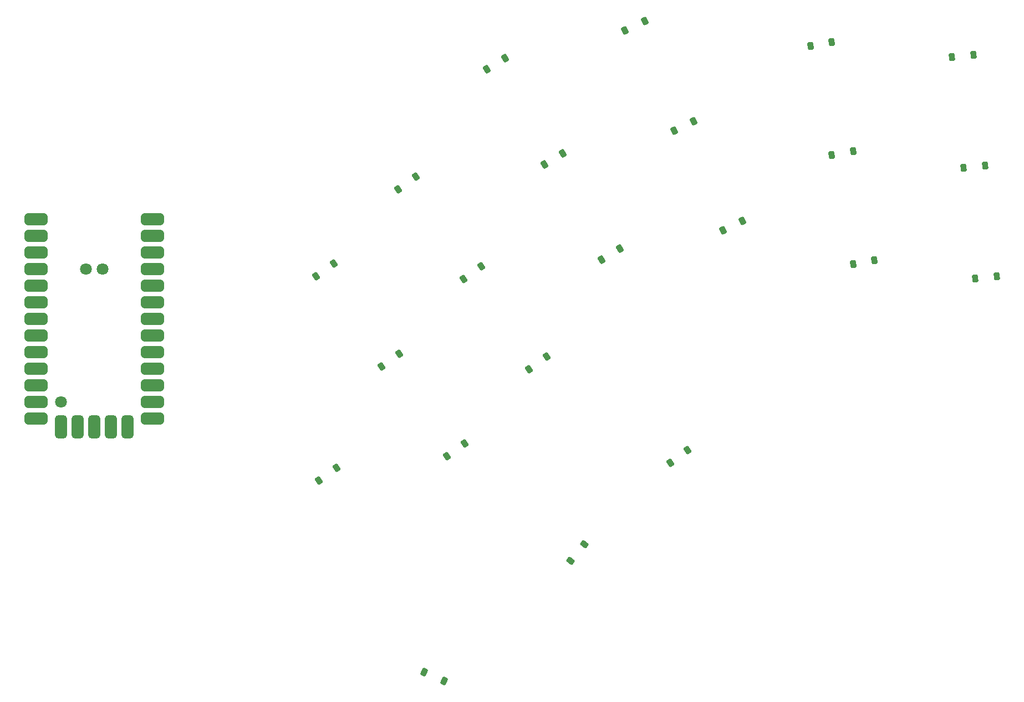
<source format=gtl>
G04 #@! TF.GenerationSoftware,KiCad,Pcbnew,8.0.3*
G04 #@! TF.CreationDate,2024-06-16T15:20:09+01:00*
G04 #@! TF.ProjectId,ykb,796b622e-6b69-4636-9164-5f7063625858,v1.0.0*
G04 #@! TF.SameCoordinates,Original*
G04 #@! TF.FileFunction,Copper,L1,Top*
G04 #@! TF.FilePolarity,Positive*
%FSLAX46Y46*%
G04 Gerber Fmt 4.6, Leading zero omitted, Abs format (unit mm)*
G04 Created by KiCad (PCBNEW 8.0.3) date 2024-06-16 15:20:09*
%MOMM*%
%LPD*%
G01*
G04 APERTURE LIST*
G04 Aperture macros list*
%AMRoundRect*
0 Rectangle with rounded corners*
0 $1 Rounding radius*
0 $2 $3 $4 $5 $6 $7 $8 $9 X,Y pos of 4 corners*
0 Add a 4 corners polygon primitive as box body*
4,1,4,$2,$3,$4,$5,$6,$7,$8,$9,$2,$3,0*
0 Add four circle primitives for the rounded corners*
1,1,$1+$1,$2,$3*
1,1,$1+$1,$4,$5*
1,1,$1+$1,$6,$7*
1,1,$1+$1,$8,$9*
0 Add four rect primitives between the rounded corners*
20,1,$1+$1,$2,$3,$4,$5,0*
20,1,$1+$1,$4,$5,$6,$7,0*
20,1,$1+$1,$6,$7,$8,$9,0*
20,1,$1+$1,$8,$9,$2,$3,0*%
G04 Aperture macros list end*
G04 #@! TA.AperFunction,SMDPad,CuDef*
%ADD10RoundRect,0.450000X-1.300000X-0.450000X1.300000X-0.450000X1.300000X0.450000X-1.300000X0.450000X0*%
G04 #@! TD*
G04 #@! TA.AperFunction,SMDPad,CuDef*
%ADD11RoundRect,0.450000X0.450000X-1.300000X0.450000X1.300000X-0.450000X1.300000X-0.450000X-1.300000X0*%
G04 #@! TD*
G04 #@! TA.AperFunction,SMDPad,CuDef*
%ADD12RoundRect,0.450000X1.300000X0.450000X-1.300000X0.450000X-1.300000X-0.450000X1.300000X-0.450000X0*%
G04 #@! TD*
G04 #@! TA.AperFunction,ComponentPad*
%ADD13C,1.800000*%
G04 #@! TD*
G04 #@! TA.AperFunction,SMDPad,CuDef*
%ADD14RoundRect,0.225000X-0.358074X-0.251064X0.053021X-0.434095X0.358074X0.251064X-0.053021X0.434095X0*%
G04 #@! TD*
G04 #@! TA.AperFunction,SMDPad,CuDef*
%ADD15RoundRect,0.225000X0.149833X-0.410853X0.433027X-0.061137X-0.149833X0.410853X-0.433027X0.061137X0*%
G04 #@! TD*
G04 #@! TA.AperFunction,SMDPad,CuDef*
%ADD16RoundRect,0.225000X0.038391X-0.435633X0.402448X-0.171130X-0.038391X0.435633X-0.402448X0.171130X0*%
G04 #@! TD*
G04 #@! TA.AperFunction,SMDPad,CuDef*
%ADD17RoundRect,0.225000X0.000277X-0.437321X0.386002X-0.205554X-0.000277X0.437321X-0.386002X0.205554X0*%
G04 #@! TD*
G04 #@! TA.AperFunction,SMDPad,CuDef*
%ADD18RoundRect,0.225000X-0.037839X-0.435681X0.366618X-0.238414X0.037839X0.435681X-0.366618X0.238414X0*%
G04 #@! TD*
G04 #@! TA.AperFunction,SMDPad,CuDef*
%ADD19RoundRect,0.225000X-0.149313X-0.411042X0.292419X-0.325178X0.149313X0.411042X-0.292419X0.325178X0*%
G04 #@! TD*
G04 #@! TA.AperFunction,SMDPad,CuDef*
%ADD20RoundRect,0.225000X-0.184569X-0.396465X0.262966X-0.349427X0.184569X0.396465X-0.262966X0.349427X0*%
G04 #@! TD*
G04 APERTURE END LIST*
D10*
G04 #@! TO.P,U1,1,P0*
G04 #@! TO.N,unconnected-(U1-P0-Pad1)*
X216160000Y-150560000D03*
G04 #@! TO.P,U1,2,P1*
G04 #@! TO.N,unconnected-(U1-P1-Pad2)*
X216160000Y-153100000D03*
G04 #@! TO.P,U1,3,GND*
G04 #@! TO.N,unconnected-(U1-GND-Pad3)*
X216160000Y-155640000D03*
G04 #@! TO.P,U1,4,GND*
G04 #@! TO.N,unconnected-(U1-GND-Pad4)*
X216160000Y-158180000D03*
G04 #@! TO.P,U1,5,P2*
G04 #@! TO.N,col 0*
X216160000Y-160720000D03*
G04 #@! TO.P,U1,6,P3*
G04 #@! TO.N,col 1*
X216160000Y-163260000D03*
G04 #@! TO.P,U1,7,P4*
G04 #@! TO.N,col 2*
X216160000Y-165800000D03*
G04 #@! TO.P,U1,8,P5*
G04 #@! TO.N,col 3*
X216160000Y-168340000D03*
G04 #@! TO.P,U1,9,P6*
G04 #@! TO.N,col 4*
X216160000Y-170880000D03*
G04 #@! TO.P,U1,10,P7*
G04 #@! TO.N,col 5*
X216160000Y-173420000D03*
G04 #@! TO.P,U1,11,P8*
G04 #@! TO.N,row 0*
X216160000Y-175960000D03*
G04 #@! TO.P,U1,12,P9*
G04 #@! TO.N,row 1*
X216160000Y-178500000D03*
G04 #@! TO.P,U1,13,5V*
G04 #@! TO.N,unconnected-(U1-5V-Pad13)*
X234000000Y-150560000D03*
G04 #@! TO.P,U1,14,GND*
G04 #@! TO.N,gnd*
X234000000Y-153100000D03*
G04 #@! TO.P,U1,15,RST*
G04 #@! TO.N,rst*
X234000000Y-155640000D03*
G04 #@! TO.P,U1,16,3V3*
G04 #@! TO.N,3v3*
X234000000Y-158180000D03*
G04 #@! TO.P,U1,17,P29*
G04 #@! TO.N,col 11*
X234000000Y-160720000D03*
G04 #@! TO.P,U1,18,P28*
G04 #@! TO.N,col 10*
X234000000Y-163260000D03*
G04 #@! TO.P,U1,19,P27*
G04 #@! TO.N,col 9*
X234000000Y-165800000D03*
G04 #@! TO.P,U1,20,P26*
G04 #@! TO.N,col 8*
X234000000Y-168340000D03*
G04 #@! TO.P,U1,21,P22*
G04 #@! TO.N,col 7*
X234000000Y-170880000D03*
G04 #@! TO.P,U1,22,P20*
G04 #@! TO.N,col 6*
X234000000Y-173420000D03*
G04 #@! TO.P,U1,23,P23*
G04 #@! TO.N,row 3*
X234000000Y-175960000D03*
G04 #@! TO.P,U1,24,P21*
G04 #@! TO.N,row 2*
X234000000Y-178500000D03*
D11*
G04 #@! TO.P,U1,25,P12*
G04 #@! TO.N,unconnected-(U1-P12-Pad25)*
X220000000Y-179800000D03*
G04 #@! TO.P,U1,26,P13*
G04 #@! TO.N,unconnected-(U1-P13-Pad26)*
X222540000Y-179800000D03*
G04 #@! TO.P,U1,27,P14*
G04 #@! TO.N,unconnected-(U1-P14-Pad27)*
X225080000Y-179800000D03*
G04 #@! TO.P,U1,28,P15*
G04 #@! TO.N,unconnected-(U1-P15-Pad28)*
X227620000Y-179800000D03*
G04 #@! TO.P,U1,29,P16*
G04 #@! TO.N,unconnected-(U1-P16-Pad29)*
X230160000Y-179800000D03*
D12*
G04 #@! TO.P,U1,30,P11*
G04 #@! TO.N,unconnected-(U1-P11-Pad30)*
X234000000Y-148020000D03*
D10*
G04 #@! TO.P,U1,31,P10*
G04 #@! TO.N,unconnected-(U1-P10-Pad31)*
X216160000Y-148020000D03*
D13*
G04 #@! TO.P,U1,32,D+*
G04 #@! TO.N,unconnected-(U1-D+-Pad32)*
X223810000Y-155640000D03*
G04 #@! TO.P,U1,33,D-*
G04 #@! TO.N,unconnected-(U1-D--Pad33)*
X226350000Y-155640000D03*
G04 #@! TO.P,U1,34,P25*
G04 #@! TO.N,unconnected-(U1-P25-Pad34)*
X220000000Y-175960000D03*
G04 #@! TD*
D14*
G04 #@! TO.P,D44,1,K*
G04 #@! TO.N,row 3*
X275458966Y-217292106D03*
G04 #@! TO.P,D44,2,A*
G04 #@! TO.N,Net-(D44-A)*
X278473666Y-218634336D03*
G04 #@! TD*
D15*
G04 #@! TO.P,D43,1,K*
G04 #@! TO.N,row 3*
X297806005Y-200296689D03*
G04 #@! TO.P,D43,2,A*
G04 #@! TO.N,Net-(D43-A)*
X299882763Y-197732107D03*
G04 #@! TD*
D16*
G04 #@! TO.P,D42,1,K*
G04 #@! TO.N,row 3*
X313016923Y-185250733D03*
G04 #@! TO.P,D42,2,A*
G04 #@! TO.N,Net-(D42-A)*
X315686679Y-183311041D03*
G04 #@! TD*
G04 #@! TO.P,D41,1,K*
G04 #@! TO.N,row 3*
X259374356Y-187976646D03*
G04 #@! TO.P,D41,2,A*
G04 #@! TO.N,Net-(D41-A)*
X262044112Y-186036954D03*
G04 #@! TD*
G04 #@! TO.P,D40,1,K*
G04 #@! TO.N,row 0*
X258948138Y-156766578D03*
G04 #@! TO.P,D40,2,A*
G04 #@! TO.N,Net-(D40-A)*
X261617894Y-154826886D03*
G04 #@! TD*
G04 #@! TO.P,D39,1,K*
G04 #@! TO.N,row 1*
X268940487Y-170519867D03*
G04 #@! TO.P,D39,2,A*
G04 #@! TO.N,Net-(D39-A)*
X271610243Y-168580175D03*
G04 #@! TD*
G04 #@! TO.P,D38,1,K*
G04 #@! TO.N,row 2*
X278932837Y-184273156D03*
G04 #@! TO.P,D38,2,A*
G04 #@! TO.N,Net-(D38-A)*
X281602593Y-182333464D03*
G04 #@! TD*
G04 #@! TO.P,D37,1,K*
G04 #@! TO.N,row 0*
X271511974Y-143435786D03*
G04 #@! TO.P,D37,2,A*
G04 #@! TO.N,Net-(D37-A)*
X274181730Y-141496094D03*
G04 #@! TD*
G04 #@! TO.P,D36,1,K*
G04 #@! TO.N,row 1*
X281504323Y-157189075D03*
G04 #@! TO.P,D36,2,A*
G04 #@! TO.N,Net-(D36-A)*
X284174079Y-155249383D03*
G04 #@! TD*
G04 #@! TO.P,D35,1,K*
G04 #@! TO.N,row 2*
X291496673Y-170942364D03*
G04 #@! TO.P,D35,2,A*
G04 #@! TO.N,Net-(D35-A)*
X294166429Y-169002672D03*
G04 #@! TD*
D17*
G04 #@! TO.P,D34,1,K*
G04 #@! TO.N,row 0*
X285029865Y-125073885D03*
G04 #@! TO.P,D34,2,A*
G04 #@! TO.N,Net-(D34-A)*
X287858517Y-123374259D03*
G04 #@! TD*
G04 #@! TO.P,D33,1,K*
G04 #@! TO.N,row 1*
X293785512Y-139645729D03*
G04 #@! TO.P,D33,2,A*
G04 #@! TO.N,Net-(D33-A)*
X296614164Y-137946103D03*
G04 #@! TD*
G04 #@! TO.P,D32,1,K*
G04 #@! TO.N,row 2*
X302541160Y-154217573D03*
G04 #@! TO.P,D32,2,A*
G04 #@! TO.N,Net-(D32-A)*
X305369812Y-152517947D03*
G04 #@! TD*
D18*
G04 #@! TO.P,D31,1,K*
G04 #@! TO.N,row 0*
X306145895Y-119169881D03*
G04 #@! TO.P,D31,2,A*
G04 #@! TO.N,Net-(D31-A)*
X309111915Y-117723257D03*
G04 #@! TD*
G04 #@! TO.P,D30,1,K*
G04 #@! TO.N,row 1*
X313598205Y-134449380D03*
G04 #@! TO.P,D30,2,A*
G04 #@! TO.N,Net-(D30-A)*
X316564225Y-133002756D03*
G04 #@! TD*
G04 #@! TO.P,D29,1,K*
G04 #@! TO.N,row 2*
X321050514Y-149728879D03*
G04 #@! TO.P,D29,2,A*
G04 #@! TO.N,Net-(D29-A)*
X324016534Y-148282255D03*
G04 #@! TD*
D19*
G04 #@! TO.P,D28,1,K*
G04 #@! TO.N,row 0*
X334462564Y-121538512D03*
G04 #@! TO.P,D28,2,A*
G04 #@! TO.N,Net-(D28-A)*
X337701934Y-120908842D03*
G04 #@! TD*
G04 #@! TO.P,D27,1,K*
G04 #@! TO.N,row 1*
X337706316Y-138226174D03*
G04 #@! TO.P,D27,2,A*
G04 #@! TO.N,Net-(D27-A)*
X340945686Y-137596504D03*
G04 #@! TD*
G04 #@! TO.P,D26,1,K*
G04 #@! TO.N,row 2*
X340950069Y-154913837D03*
G04 #@! TO.P,D26,2,A*
G04 #@! TO.N,Net-(D26-A)*
X344189439Y-154284167D03*
G04 #@! TD*
D20*
G04 #@! TO.P,D25,1,K*
G04 #@! TO.N,row 0*
X356065588Y-123251356D03*
G04 #@! TO.P,D25,2,A*
G04 #@! TO.N,Net-(D25-A)*
X359347510Y-122906412D03*
G04 #@! TD*
G04 #@! TO.P,D24,1,K*
G04 #@! TO.N,row 1*
X357842572Y-140158228D03*
G04 #@! TO.P,D24,2,A*
G04 #@! TO.N,Net-(D24-A)*
X361124494Y-139813284D03*
G04 #@! TD*
G04 #@! TO.P,D23,1,K*
G04 #@! TO.N,row 2*
X359619555Y-157065101D03*
G04 #@! TO.P,D23,2,A*
G04 #@! TO.N,Net-(D23-A)*
X362901477Y-156720157D03*
G04 #@! TD*
M02*

</source>
